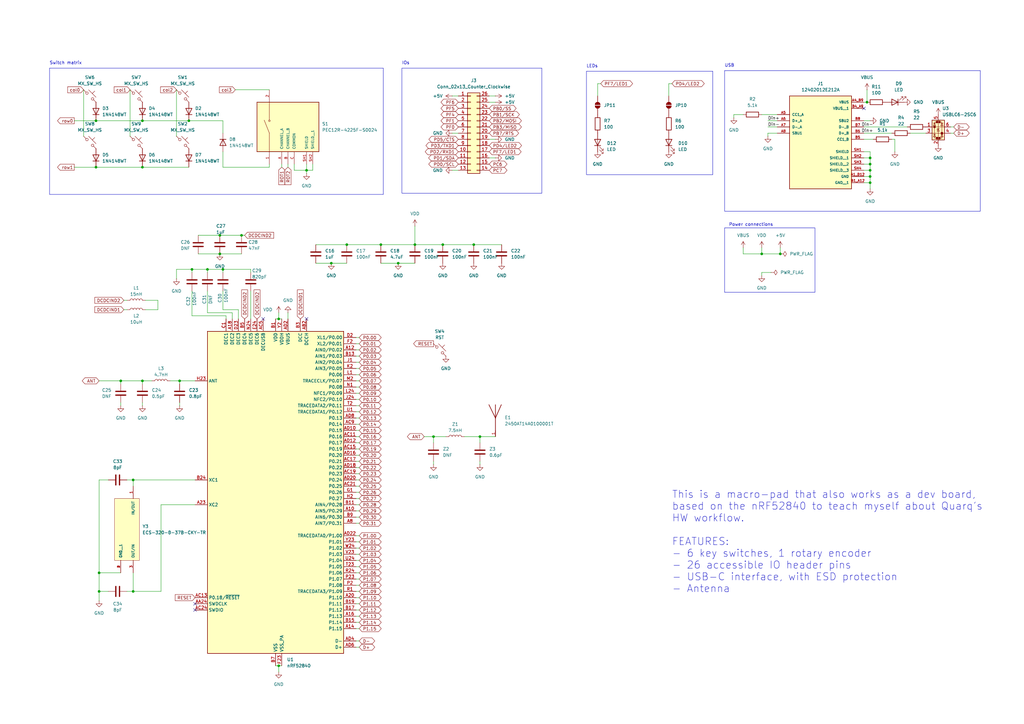
<source format=kicad_sch>
(kicad_sch (version 20250114) (generator "eeschema") (generator_version "9.0")
  (paper "A3")
  (rectangle (start 164.846 27.94) (end 222.25 79.248))
  (rectangle (start 297.18 93.472) (end 334.264 119.888))
  (rectangle (start 240.538 29.21) (end 292.354 71.628))
  (rectangle (start 20.32 27.94) (end 157.226 79.756))
  (rectangle (start 297.18 28.956) (end 402.082 86.614))
  (text "LEDs\n" (at 240.538 27.94 0) (effects (font (size 1.27 1.27)) (justify left bottom)))
  (text "Power connections\n" (at 298.958 92.964 0) (effects (font (size 1.27 1.27)) (justify left bottom)))
  (text "This is a macro-pad that also works as a dev board, \nbased on the nRF52840 to teach myself about Quarq's \nHW workflow. \n\nFEATURES:\n- 6 key switches, 1 rotary encoder\n- 26 accessible IO header pins\n- USB-C interface, with ESD protection\n- Antenna" (at 275.59 222.25 0) (effects (font (size 3 3)) (justify left)))
  (text "USB\n" (at 297.18 27.686 0) (effects (font (size 1.27 1.27)) (justify left bottom)))
  (text "Switch matrix" (at 20.32 26.67 0) (effects (font (size 1.27 1.27)) (justify left bottom)))
  (text "IOs\n" (at 164.846 26.67 0) (effects (font (size 1.27 1.27)) (justify left bottom)))
  (junction (at 90.17 104.14))
  (junction (at 356.87 74.93))
  (junction (at 194.31 100.33))
  (junction (at 114.3 273.05))
  (junction (at 58.42 49.53))
  (junction (at 125.73 69.85))
  (junction (at 77.47 49.53))
  (junction (at 181.61 100.33))
  (junction (at 163.322 107.95))
  (junction (at 58.42 68.58))
  (junction (at 356.87 69.85))
  (junction (at 99.06 96.52))
  (junction (at 177.8 179.07))
  (junction (at 355.6 41.91))
  (junction (at 356.87 64.77))
  (junction (at 91.44 110.49))
  (junction (at 90.17 96.52))
  (junction (at 312.42 104.14))
  (junction (at 49.53 156.21))
  (junction (at 85.09 110.49))
  (junction (at 320.04 104.14))
  (junction (at 54.61 196.85))
  (junction (at 142.24 100.33))
  (junction (at 356.87 72.39))
  (junction (at 156.21 100.33))
  (junction (at 356.87 67.31))
  (junction (at 78.74 110.49))
  (junction (at 170.18 100.33))
  (junction (at 40.64 242.57))
  (junction (at 196.85 179.07))
  (junction (at 39.37 49.53))
  (junction (at 73.66 156.21))
  (junction (at 54.61 242.57))
  (junction (at 40.64 234.95))
  (junction (at 114.3 130.81))
  (junction (at 39.37 68.58))
  (junction (at 135.89 107.95))
  (junction (at 58.42 156.21))
  (no_connect (at 107.95 130.81))
  (no_connect (at 354.33 44.45))
  (no_connect (at 125.73 130.81))
  (no_connect (at 80.01 250.19))
  (no_connect (at 80.01 247.65))
  (wire (pts (xy 120.65 69.85) (xy 125.73 69.85)))
  (wire (pts (xy 194.31 100.33) (xy 205.74 100.33)))
  (wire (pts (xy 156.21 107.95) (xy 163.322 107.95)))
  (wire (pts (xy 54.61 242.57) (xy 52.07 242.57)))
  (wire (pts (xy 354.33 52.07) (xy 372.11 52.07)))
  (wire (pts (xy 177.8 179.07) (xy 177.8 181.61)))
  (wire (pts (xy 129.54 107.95) (xy 135.89 107.95)))
  (wire (pts (xy 367.03 62.23) (xy 367.03 57.15)))
  (wire (pts (xy 114.3 128.27) (xy 114.3 130.81)))
  (wire (pts (xy 147.32 257.81) (xy 146.05 257.81)))
  (wire (pts (xy 147.32 237.49) (xy 146.05 237.49)))
  (wire (pts (xy 354.33 54.61) (xy 365.76 54.61)))
  (wire (pts (xy 34.29 36.83) (xy 34.29 55.88)))
  (wire (pts (xy 156.21 100.33) (xy 170.18 100.33)))
  (wire (pts (xy 147.32 262.89) (xy 146.05 262.89)))
  (wire (pts (xy 129.54 100.33) (xy 142.24 100.33)))
  (wire (pts (xy 85.09 110.49) (xy 85.09 111.76)))
  (wire (pts (xy 54.61 196.85) (xy 80.01 196.85)))
  (wire (pts (xy 373.38 54.61) (xy 379.73 54.61)))
  (wire (pts (xy 358.14 57.15) (xy 354.33 57.15)))
  (wire (pts (xy 147.32 232.41) (xy 146.05 232.41)))
  (wire (pts (xy 177.8 189.23) (xy 177.8 190.5)))
  (wire (pts (xy 354.33 69.85) (xy 356.87 69.85)))
  (wire (pts (xy 91.44 110.49) (xy 102.87 110.49)))
  (wire (pts (xy 147.32 140.97) (xy 146.05 140.97)))
  (wire (pts (xy 147.32 207.01) (xy 146.05 207.01)))
  (wire (pts (xy 196.85 179.07) (xy 203.2 179.07)))
  (wire (pts (xy 181.61 100.33) (xy 194.31 100.33)))
  (wire (pts (xy 78.74 129.54) (xy 92.71 129.54)))
  (wire (pts (xy 30.48 49.53) (xy 39.37 49.53)))
  (wire (pts (xy 147.32 168.91) (xy 146.05 168.91)))
  (wire (pts (xy 170.18 100.33) (xy 181.61 100.33)))
  (wire (pts (xy 114.3 130.81) (xy 115.57 130.81)))
  (wire (pts (xy 147.32 148.59) (xy 146.05 148.59)))
  (wire (pts (xy 147.32 153.67) (xy 146.05 153.67)))
  (wire (pts (xy 354.33 62.23) (xy 356.87 62.23)))
  (wire (pts (xy 147.32 163.83) (xy 146.05 163.83)))
  (wire (pts (xy 128.27 67.31) (xy 128.27 69.85)))
  (wire (pts (xy 367.03 57.15) (xy 365.76 57.15)))
  (wire (pts (xy 85.09 110.49) (xy 91.44 110.49)))
  (wire (pts (xy 142.24 100.33) (xy 156.21 100.33)))
  (wire (pts (xy 118.11 67.31) (xy 118.11 68.58)))
  (wire (pts (xy 78.74 129.54) (xy 78.74 119.38)))
  (wire (pts (xy 72.39 110.49) (xy 78.74 110.49)))
  (wire (pts (xy 147.32 201.93) (xy 146.05 201.93)))
  (wire (pts (xy 320.04 104.14) (xy 312.42 104.14)))
  (wire (pts (xy 147.32 176.53) (xy 146.05 176.53)))
  (wire (pts (xy 312.42 111.76) (xy 316.23 111.76)))
  (wire (pts (xy 54.61 234.95) (xy 54.61 242.57)))
  (wire (pts (xy 147.32 173.99) (xy 146.05 173.99)))
  (wire (pts (xy 147.32 143.51) (xy 146.05 143.51)))
  (wire (pts (xy 147.32 194.31) (xy 146.05 194.31)))
  (wire (pts (xy 59.69 123.19) (xy 64.77 123.19)))
  (wire (pts (xy 147.32 161.29) (xy 146.05 161.29)))
  (wire (pts (xy 114.3 273.05) (xy 114.3 275.59)))
  (wire (pts (xy 314.96 55.88) (xy 314.96 54.61)))
  (wire (pts (xy 64.77 123.19) (xy 64.77 127)))
  (wire (pts (xy 147.32 255.27) (xy 146.05 255.27)))
  (wire (pts (xy 312.42 46.99) (xy 318.77 46.99)))
  (wire (pts (xy 44.45 242.57) (xy 40.64 242.57)))
  (wire (pts (xy 69.85 156.21) (xy 73.66 156.21)))
  (wire (pts (xy 391.16 52.07) (xy 389.89 52.07)))
  (wire (pts (xy 30.48 68.58) (xy 39.37 68.58)))
  (wire (pts (xy 147.32 184.15) (xy 146.05 184.15)))
  (wire (pts (xy 147.32 171.45) (xy 146.05 171.45)))
  (wire (pts (xy 40.64 156.21) (xy 49.53 156.21)))
  (wire (pts (xy 40.64 196.85) (xy 44.45 196.85)))
  (wire (pts (xy 170.18 92.71) (xy 170.18 100.33)))
  (wire (pts (xy 73.66 156.21) (xy 73.66 157.48)))
  (wire (pts (xy 147.32 212.09) (xy 146.05 212.09)))
  (wire (pts (xy 118.11 128.27) (xy 118.11 130.81)))
  (wire (pts (xy 147.32 204.47) (xy 146.05 204.47)))
  (wire (pts (xy 274.32 34.29) (xy 275.59 34.29)))
  (wire (pts (xy 78.74 110.49) (xy 85.09 110.49)))
  (wire (pts (xy 85.09 128.27) (xy 95.25 128.27)))
  (wire (pts (xy 90.17 104.14) (xy 99.06 104.14)))
  (wire (pts (xy 356.87 69.85) (xy 356.87 72.39)))
  (wire (pts (xy 125.73 67.31) (xy 125.73 69.85)))
  (wire (pts (xy 320.04 101.6) (xy 320.04 104.14)))
  (wire (pts (xy 147.32 224.79) (xy 146.05 224.79)))
  (wire (pts (xy 73.66 165.1) (xy 73.66 166.37)))
  (wire (pts (xy 147.32 156.21) (xy 146.05 156.21)))
  (wire (pts (xy 90.17 96.52) (xy 99.06 96.52)))
  (wire (pts (xy 200.66 64.77) (xy 203.2 64.77)))
  (wire (pts (xy 356.87 64.77) (xy 356.87 67.31)))
  (wire (pts (xy 190.5 179.07) (xy 196.85 179.07)))
  (wire (pts (xy 125.73 71.12) (xy 125.73 69.85)))
  (wire (pts (xy 59.69 127) (xy 64.77 127)))
  (wire (pts (xy 354.33 72.39) (xy 356.87 72.39)))
  (wire (pts (xy 391.16 54.61) (xy 389.89 54.61)))
  (wire (pts (xy 91.44 111.76) (xy 91.44 110.49)))
  (wire (pts (xy 96.52 36.83) (xy 110.49 36.83)))
  (wire (pts (xy 95.25 128.27) (xy 95.25 130.81)))
  (wire (pts (xy 58.42 68.58) (xy 77.47 68.58)))
  (wire (pts (xy 173.99 179.07) (xy 177.8 179.07)))
  (wire (pts (xy 300.99 48.26) (xy 300.99 46.99)))
  (wire (pts (xy 147.32 196.85) (xy 146.05 196.85)))
  (wire (pts (xy 73.66 156.21) (xy 80.01 156.21)))
  (wire (pts (xy 102.87 119.38) (xy 102.87 130.81)))
  (wire (pts (xy 185.42 54.61) (xy 187.96 54.61)))
  (wire (pts (xy 177.8 179.07) (xy 182.88 179.07)))
  (wire (pts (xy 356.87 72.39) (xy 356.87 74.93)))
  (wire (pts (xy 39.37 49.53) (xy 58.42 49.53)))
  (wire (pts (xy 78.74 110.49) (xy 78.74 111.76)))
  (wire (pts (xy 66.04 207.01) (xy 80.01 207.01)))
  (wire (pts (xy 147.32 234.95) (xy 146.05 234.95)))
  (wire (pts (xy 81.28 104.14) (xy 90.17 104.14)))
  (wire (pts (xy 54.61 242.57) (xy 66.04 242.57)))
  (wire (pts (xy 81.28 96.52) (xy 90.17 96.52)))
  (wire (pts (xy 356.87 67.31) (xy 356.87 69.85)))
  (wire (pts (xy 196.85 179.07) (xy 196.85 181.61)))
  (wire (pts (xy 128.27 69.85) (xy 125.73 69.85)))
  (wire (pts (xy 203.2 39.37) (xy 200.66 39.37)))
  (wire (pts (xy 147.32 222.25) (xy 146.05 222.25)))
  (wire (pts (xy 50.8 127) (xy 52.07 127)))
  (wire (pts (xy 354.33 49.53) (xy 356.87 49.53)))
  (wire (pts (xy 147.32 191.77) (xy 146.05 191.77)))
  (wire (pts (xy 304.8 104.14) (xy 304.8 101.6)))
  (wire (pts (xy 200.66 57.15) (xy 203.2 57.15)))
  (wire (pts (xy 312.42 104.14) (xy 312.42 101.6)))
  (wire (pts (xy 40.64 196.85) (xy 40.64 234.95)))
  (wire (pts (xy 115.57 68.58) (xy 115.57 67.31)))
  (wire (pts (xy 354.33 74.93) (xy 356.87 74.93)))
  (wire (pts (xy 58.42 165.1) (xy 58.42 166.37)))
  (wire (pts (xy 274.32 34.29) (xy 274.32 39.37)))
  (wire (pts (xy 147.32 245.11) (xy 146.05 245.11)))
  (wire (pts (xy 245.11 34.29) (xy 246.38 34.29)))
  (wire (pts (xy 120.65 67.31) (xy 120.65 69.85)))
  (wire (pts (xy 72.39 114.3) (xy 72.39 110.49)))
  (wire (pts (xy 58.42 156.21) (xy 58.42 157.48)))
  (wire (pts (xy 40.64 242.57) (xy 40.64 246.38)))
  (wire (pts (xy 147.32 240.03) (xy 146.05 240.03)))
  (wire (pts (xy 196.85 189.23) (xy 196.85 190.5)))
  (wire (pts (xy 49.53 156.21) (xy 58.42 156.21)))
  (wire (pts (xy 49.53 234.95) (xy 40.64 234.95)))
  (wire (pts (xy 114.3 273.05) (xy 115.57 273.05)))
  (wire (pts (xy 147.32 242.57) (xy 146.05 242.57)))
  (wire (pts (xy 304.8 104.14) (xy 312.42 104.14)))
  (wire (pts (xy 147.32 214.63) (xy 146.05 214.63)))
  (wire (pts (xy 58.42 156.21) (xy 62.23 156.21)))
  (wire (pts (xy 97.79 127) (xy 97.79 130.81)))
  (wire (pts (xy 147.32 247.65) (xy 146.05 247.65)))
  (wire (pts (xy 147.32 250.19) (xy 146.05 250.19)))
  (wire (pts (xy 147.32 151.13) (xy 146.05 151.13)))
  (wire (pts (xy 185.42 39.37) (xy 187.96 39.37)))
  (wire (pts (xy 72.39 36.83) (xy 72.39 55.88)))
  (wire (pts (xy 203.2 41.91) (xy 200.66 41.91)))
  (wire (pts (xy 300.99 46.99) (xy 304.8 46.99)))
  (wire (pts (xy 147.32 158.75) (xy 146.05 158.75)))
  (wire (pts (xy 53.34 36.83) (xy 53.34 55.88)))
  (wire (pts (xy 147.32 166.37) (xy 146.05 166.37)))
  (wire (pts (xy 113.03 130.81) (xy 114.3 130.81)))
  (wire (pts (xy 92.71 129.54) (xy 92.71 130.81)))
  (wire (pts (xy 147.32 229.87) (xy 146.05 229.87)))
  (wire (pts (xy 52.07 196.85) (xy 54.61 196.85)))
  (wire (pts (xy 355.6 36.83) (xy 355.6 41.91)))
  (wire (pts (xy 147.32 219.71) (xy 146.05 219.71)))
  (wire (pts (xy 49.53 157.48) (xy 49.53 156.21)))
  (wire (pts (xy 163.322 107.95) (xy 170.18 107.95)))
  (wire (pts (xy 91.44 62.23) (xy 91.44 68.58)))
  (wire (pts (xy 40.64 234.95) (xy 40.64 242.57)))
  (wire (pts (xy 147.32 138.43) (xy 146.05 138.43)))
  (wire (pts (xy 91.44 49.53) (xy 91.44 54.61)))
  (wire (pts (xy 49.53 165.1) (xy 49.53 166.37)))
  (wire (pts (xy 91.44 49.53) (xy 77.47 49.53)))
  (wire (pts (xy 245.11 34.29) (xy 245.11 39.37)))
  (wire (pts (xy 147.32 181.61) (xy 146.05 181.61)))
  (wire (pts (xy 99.06 96.52) (xy 100.33 96.52)))
  (wire (pts (xy 147.32 209.55) (xy 146.05 209.55)))
  (wire (pts (xy 314.96 49.53) (xy 318.77 49.53)))
  (wire (pts (xy 356.87 74.93) (xy 356.87 77.47)))
  (wire (pts (xy 147.32 252.73) (xy 146.05 252.73)))
  (wire (pts (xy 314.96 52.07) (xy 318.77 52.07)))
  (wire (pts (xy 110.49 68.58) (xy 110.49 67.31)))
  (wire (pts (xy 185.42 69.85) (xy 187.96 69.85)))
  (wire (pts (xy 312.42 113.03) (xy 312.42 111.76)))
  (wire (pts (xy 91.44 119.38) (xy 91.44 127)))
  (wire (pts (xy 147.32 179.07) (xy 146.05 179.07)))
  (wire (pts (xy 147.32 227.33) (xy 146.05 227.33)))
  (wire (pts (xy 147.32 189.23) (xy 146.05 189.23)))
  (wire (pts (xy 113.03 273.05) (xy 114.3 273.05)))
  (wire (pts (xy 54.61 196.85) (xy 54.61 199.39)))
  (wire (pts (xy 91.44 68.58) (xy 110.49 68.58)))
  (wire (pts (xy 355.6 41.91) (xy 354.33 41.91)))
  (wire (pts (xy 39.37 68.58) (xy 58.42 68.58)))
  (wire (pts (xy 147.32 186.69) (xy 146.05 186.69)))
  (wire (pts (xy 91.44 127) (xy 97.79 127)))
  (wire (pts (xy 147.32 265.43) (xy 146.05 265.43)))
  (wire (pts (xy 354.33 64.77) (xy 356.87 64.77)))
  (wire (pts (xy 354.33 67.31) (xy 356.87 67.31)))
  (wire (pts (xy 66.04 242.57) (xy 66.04 207.01)))
  (wire (pts (xy 356.87 62.23) (xy 356.87 64.77)))
  (wire (pts (xy 314.96 54.61) (xy 318.77 54.61)))
  (wire (pts (xy 52.07 123.19) (xy 50.8 123.19)))
  (wire (pts (xy 58.42 49.53) (xy 77.47 49.53)))
  (wire (pts (xy 147.32 199.39) (xy 146.05 199.39)))
  (wire (pts (xy 135.89 107.95) (xy 142.24 107.95)))
  (wire (pts (xy 102.87 110.49) (xy 102.87 111.76)))
  (wire (pts (xy 85.09 119.38) (xy 85.09 128.27)))
  (wire (pts (xy 147.32 146.05) (xy 146.05 146.05)))
  (label "Din-" (at 314.96 52.07 0))
  (label "Din+" (at 358.14 54.61 180))
  (label "Din+" (at 314.96 49.53 0))
  (label "Din-" (at 358.14 52.07 180))
  (global_label "P1.14" (shape bidirectional) (at 147.32 255.27 0) (property "Intersheetrefs" "${INTERSHEET_REFS}" (effects (hide yes))))
  (global_label "P0.24" (shape bidirectional) (at 147.32 196.85 0) (property "Intersheetrefs" "${INTERSHEET_REFS}" (effects (hide yes))))
  (global_label "P1.08" (shape bidirectional) (at 147.32 240.03 0) (property "Intersheetrefs" "${INTERSHEET_REFS}" (effects (hide yes))))
  (global_label "PF7{slash}LED1" (shape bidirectional) (at 246.38 34.29 0) (property "Intersheetrefs" "${INTERSHEET_REFS}" (effects (hide yes))))
  (global_label "P0.14" (shape bidirectional) (at 147.32 173.99 0) (property "Intersheetrefs" "${INTERSHEET_REFS}" (effects (hide yes))))
  (global_label "P0.22" (shape bidirectional) (at 147.32 191.77 0) (property "Intersheetrefs" "${INTERSHEET_REFS}" (effects (hide yes))))
  (global_label "D-" (shape bidirectional) (at 391.16 52.07 0) (property "Intersheetrefs" "${INTERSHEET_REFS}" (effects (hide yes))))
  (global_label "col2" (shape input) (at 72.39 36.83 180) (property "Intersheetrefs" "${INTERSHEET_REFS}" (effects (hide yes))))
  (global_label "col1" (shape input) (at 53.34 36.83 180) (property "Intersheetrefs" "${INTERSHEET_REFS}" (effects (hide yes))))
  (global_label "PD4{slash}LED2" (shape bidirectional) (at 275.59 34.29 0) (property "Intersheetrefs" "${INTERSHEET_REFS}" (effects (hide yes))))
  (global_label "PF1" (shape bidirectional) (at 187.96 49.53 180) (property "Intersheetrefs" "${INTERSHEET_REFS}" (effects (hide yes))))
  (global_label "P0.05" (shape bidirectional) (at 147.32 151.13 0) (property "Intersheetrefs" "${INTERSHEET_REFS}" (effects (hide yes))))
  (global_label "P0.12" (shape bidirectional) (at 147.32 168.91 0) (property "Intersheetrefs" "${INTERSHEET_REFS}" (effects (hide yes))))
  (global_label "ANT" (shape bidirectional) (at 40.64 156.21 180) (property "Intersheetrefs" "${INTERSHEET_REFS}" (effects (hide yes))))
  (global_label "DCDCIND2" (shape input) (at 105.41 130.81 90) (property "Intersheetrefs" "${INTERSHEET_REFS}" (effects (hide yes))))
  (global_label "P0.20" (shape bidirectional) (at 147.32 186.69 0) (property "Intersheetrefs" "${INTERSHEET_REFS}" (effects (hide yes))))
  (global_label "P0.29" (shape bidirectional) (at 147.32 209.55 0) (property "Intersheetrefs" "${INTERSHEET_REFS}" (effects (hide yes))))
  (global_label "P0.06" (shape bidirectional) (at 147.32 153.67 0) (property "Intersheetrefs" "${INTERSHEET_REFS}" (effects (hide yes))))
  (global_label "P0.16" (shape bidirectional) (at 147.32 179.07 0) (property "Intersheetrefs" "${INTERSHEET_REFS}" (effects (hide yes))))
  (global_label "ANT" (shape bidirectional) (at 173.99 179.07 180) (property "Intersheetrefs" "${INTERSHEET_REFS}" (effects (hide yes))))
  (global_label "P0.11" (shape bidirectional) (at 147.32 166.37 0) (property "Intersheetrefs" "${INTERSHEET_REFS}" (effects (hide yes))))
  (global_label "P0.27" (shape bidirectional) (at 147.32 204.47 0) (property "Intersheetrefs" "${INTERSHEET_REFS}" (effects (hide yes))))
  (global_label "P0.23" (shape bidirectional) (at 147.32 194.31 0) (property "Intersheetrefs" "${INTERSHEET_REFS}" (effects (hide yes))))
  (global_label "P1.12" (shape bidirectional) (at 147.32 250.19 0) (property "Intersheetrefs" "${INTERSHEET_REFS}" (effects (hide yes))))
  (global_label "P1.03" (shape bidirectional) (at 147.32 227.33 0) (property "Intersheetrefs" "${INTERSHEET_REFS}" (effects (hide yes))))
  (global_label "P0.17" (shape bidirectional) (at 147.32 181.61 0) (property "Intersheetrefs" "${INTERSHEET_REFS}" (effects (hide yes))))
  (global_label "P1.02" (shape bidirectional) (at 147.32 224.79 0) (property "Intersheetrefs" "${INTERSHEET_REFS}" (effects (hide yes))))
  (global_label "D+" (shape bidirectional) (at 147.32 265.43 0) (property "Intersheetrefs" "${INTERSHEET_REFS}" (effects (hide yes))))
  (global_label "P0.03" (shape bidirectional) (at 147.32 146.05 0) (property "Intersheetrefs" "${INTERSHEET_REFS}" (effects (hide yes))))
  (global_label "P1.13" (shape bidirectional) (at 147.32 252.73 0) (property "Intersheetrefs" "${INTERSHEET_REFS}" (effects (hide yes))))
  (global_label "P1.00" (shape bidirectional) (at 147.32 219.71 0) (property "Intersheetrefs" "${INTERSHEET_REFS}" (effects (hide yes))))
  (global_label "P0.30" (shape bidirectional) (at 147.32 212.09 0) (property "Intersheetrefs" "${INTERSHEET_REFS}" (effects (hide yes))))
  (global_label "P0.07" (shape bidirectional) (at 147.32 156.21 0) (property "Intersheetrefs" "${INTERSHEET_REFS}" (effects (hide yes))))
  (global_label "PC6" (shape bidirectional) (at 200.66 67.31 0) (property "Intersheetrefs" "${INTERSHEET_REFS}" (effects (hide yes))))
  (global_label "RESET" (shape output) (at 177.8 140.97 180) (property "Intersheetrefs" "${INTERSHEET_REFS}" (effects (hide yes))))
  (global_label "PF6" (shape bidirectional) (at 187.96 41.91 180) (property "Intersheetrefs" "${INTERSHEET_REFS}" (effects (hide yes))))
  (global_label "PF7{slash}LED1" (shape bidirectional) (at 200.66 62.23 0) (property "Intersheetrefs" "${INTERSHEET_REFS}" (effects (hide yes))))
  (global_label "P0.15" (shape bidirectional) (at 147.32 176.53 0) (property "Intersheetrefs" "${INTERSHEET_REFS}" (effects (hide yes))))
  (global_label "P1.10" (shape bidirectional) (at 147.32 245.11 0) (property "Intersheetrefs" "${INTERSHEET_REFS}" (effects (hide yes))))
  (global_label "row0" (shape output) (at 30.48 49.53 180) (property "Intersheetrefs" "${INTERSHEET_REFS}" (effects (hide yes))))
  (global_label "P0.01" (shape bidirectional) (at 147.32 140.97 0) (property "Intersheetrefs" "${INTERSHEET_REFS}" (effects (hide yes))))
  (global_label "P0.08" (shape bidirectional) (at 147.32 158.75 0) (property "Intersheetrefs" "${INTERSHEET_REFS}" (effects (hide yes))))
  (global_label "col0" (shape input) (at 34.29 36.83 180) (property "Intersheetrefs" "${INTERSHEET_REFS}" (effects (hide yes))))
  (global_label "P0.19" (shape bidirectional) (at 147.32 184.15 0) (property "Intersheetrefs" "${INTERSHEET_REFS}" (effects (hide yes))))
  (global_label "P0.31" (shape bidirectional) (at 147.32 214.63 0) (property "Intersheetrefs" "${INTERSHEET_REFS}" (effects (hide yes))))
  (global_label "P0.25" (shape bidirectional) (at 147.32 199.39 0) (property "Intersheetrefs" "${INTERSHEET_REFS}" (effects (hide yes))))
  (global_label "P1.04" (shape bidirectional) (at 147.32 229.87 0) (property "Intersheetrefs" "${INTERSHEET_REFS}" (effects (hide yes))))
  (global_label "PF5" (shape bidirectional) (at 187.96 44.45 180) (property "Intersheetrefs" "${INTERSHEET_REFS}" (effects (hide yes))))
  (global_label "PC7" (shape bidirectional) (at 200.66 69.85 0) (property "Intersheetrefs" "${INTERSHEET_REFS}" (effects (hide yes))))
  (global_label "P0.04" (shape bidirectional) (at 147.32 148.59 0) (property "Intersheetrefs" "${INTERSHEET_REFS}" (effects (hide yes))))
  (global_label "PB1{slash}SCK" (shape bidirectional) (at 200.66 46.99 0) (property "Intersheetrefs" "${INTERSHEET_REFS}" (effects (hide yes))))
  (global_label "P0.21" (shape bidirectional) (at 147.32 189.23 0) (property "Intersheetrefs" "${INTERSHEET_REFS}" (effects (hide yes))))
  (global_label "P0.10" (shape bidirectional) (at 147.32 163.83 0) (property "Intersheetrefs" "${INTERSHEET_REFS}" (effects (hide yes))))
  (global_label "col3" (shape input) (at 96.52 36.83 180) (property "Intersheetrefs" "${INTERSHEET_REFS}" (effects (hide yes))))
  (global_label "P1.05" (shape bidirectional) (at 147.32 232.41 0) (property "Intersheetrefs" "${INTERSHEET_REFS}" (effects (hide yes))))
  (global_label "DCDCIND2" (shape input) (at 100.33 130.81 90) (property "Intersheetrefs" "${INTERSHEET_REFS}" (effects (hide yes))))
  (global_label "P0.00" (shape bidirectional) (at 147.32 138.43 0) (property "Intersheetrefs" "${INTERSHEET_REFS}" (effects (hide yes))))
  (global_label "P0.26" (shape bidirectional) (at 147.32 201.93 0) (property "Intersheetrefs" "${INTERSHEET_REFS}" (effects (hide yes))))
  (global_label "D-" (shape bidirectional) (at 147.32 262.89 0) (property "Intersheetrefs" "${INTERSHEET_REFS}" (effects (hide yes))))
  (global_label "PB3{slash}MISO" (shape bidirectional) (at 200.66 52.07 0) (property "Intersheetrefs" "${INTERSHEET_REFS}" (effects (hide yes))))
  (global_label "PB0{slash}SS" (shape bidirectional) (at 200.66 44.45 0) (property "Intersheetrefs" "${INTERSHEET_REFS}" (effects (hide yes))))
  (global_label "RESET" (shape input) (at 80.01 245.11 180) (property "Intersheetrefs" "${INTERSHEET_REFS}" (effects (hide yes))))
  (global_label "DCDCIND1" (shape input) (at 123.19 130.81 90) (property "Intersheetrefs" "${INTERSHEET_REFS}" (effects (hide yes))))
  (global_label "DCDCIND2" (shape input) (at 100.33 96.52 0) (property "Intersheetrefs" "${INTERSHEET_REFS}" (effects (hide yes))))
  (global_label "PF4" (shape bidirectional) (at 187.96 46.99 180) (property "Intersheetrefs" "${INTERSHEET_REFS}" (effects (hide yes))))
  (global_label "P1.09" (shape bidirectional) (at 147.32 242.57 0) (property "Intersheetrefs" "${INTERSHEET_REFS}" (effects (hide yes))))
  (global_label "P1.01" (shape bidirectional) (at 147.32 222.25 0) (property "Intersheetrefs" "${INTERSHEET_REFS}" (effects (hide yes))))
  (global_label "PD0{slash}SCL" (shape bidirectional) (at 187.96 67.31 180) (property "Intersheetrefs" "${INTERSHEET_REFS}" (effects (hide yes))))
  (global_label "PD3{slash}TXD1" (shape bidirectional) (at 187.96 59.69 180) (property "Intersheetrefs" "${INTERSHEET_REFS}" (effects (hide yes))))
  (global_label "P0.02" (shape bidirectional) (at 147.32 143.51 0) (property "Intersheetrefs" "${INTERSHEET_REFS}" (effects (hide yes))))
  (global_label "DCDCIND1" (shape input) (at 50.8 127 180) (property "Intersheetrefs" "${INTERSHEET_REFS}" (effects (hide yes))))
  (global_label "P1.15" (shape bidirectional) (at 147.32 257.81 0) (property "Intersheetrefs" "${INTERSHEET_REFS}" (effects (hide yes))))
  (global_label "PD1{slash}SDA" (shape bidirectional) (at 187.96 64.77 180) (property "Intersheetrefs" "${INTERSHEET_REFS}" (effects (hide yes))))
  (global_label "P0.28" (shape bidirectional) (at 147.32 207.01 0) (property "Intersheetrefs" "${INTERSHEET_REFS}" (effects (hide yes))))
  (global_label "ROT2" (shape input) (at 118.11 68.58 270) (property "Intersheetrefs" "${INTERSHEET_REFS}" (effects (hide yes))))
  (global_label "D+" (shape bidirectional) (at 391.16 54.61 0) (property "Intersheetrefs" "${INTERSHEET_REFS}" (effects (hide yes))))
  (global_label "PD5{slash}CTS" (shape bidirectional) (at 187.96 57.15 180) (property "Intersheetrefs" "${INTERSHEET_REFS}" (effects (hide yes))))
  (global_label "P0.13" (shape bidirectional) (at 147.32 171.45 0) (property "Intersheetrefs" "${INTERSHEET_REFS}" (effects (hide yes))))
  (global_label "DCDCIND2" (shape input) (at 50.8 123.19 180) (property "Intersheetrefs" "${INTERSHEET_REFS}" (effects (hide yes))))
  (global_label "row1" (shape output) (at 30.48 68.58 180) (property "Intersheetrefs" "${INTERSHEET_REFS}" (effects (hide yes))))
  (global_label "PD2{slash}RXD1" (shape bidirectional) (at 187.96 62.23 180) (property "Intersheetrefs" "${INTERSHEET_REFS}" (effects (hide yes))))
  (global_label "P1.07" (shape bidirectional) (at 147.32 237.49 0) (property "Intersheetrefs" "${INTERSHEET_REFS}" (effects (hide yes))))
  (global_label "PB7{slash}RTS" (shape bidirectional) (at 200.66 54.61 0) (property "Intersheetrefs" "${INTERSHEET_REFS}" (effects (hide yes))))
  (global_label "P0.09" (shape bidirectional) (at 147.32 161.29 0) (property "Intersheetrefs" "${INTERSHEET_REFS}" (effects (hide yes))))
  (global_label "PD4{slash}LED2" (shape bidirectional) (at 200.66 59.69 0) (property "Intersheetrefs" "${INTERSHEET_REFS}" (effects (hide yes))))
  (global_label "P1.11" (shape bidirectional) (at 147.32 247.65 0) (property "Intersheetrefs" "${INTERSHEET_REFS}" (effects (hide yes))))
  (global_label "P1.06" (shape bidirectional) (at 147.32 234.95 0) (property "Intersheetrefs" "${INTERSHEET_REFS}" (effects (hide yes))))
  (global_label "PB2{slash}MOSI" (shape bidirectional) (at 200.66 49.53 0) (property "Intersheetrefs" "${INTERSHEET_REFS}" (effects (hide yes))))
  (global_label "PF0" (shape bidirectional) (at 187.96 52.07 180) (property "Intersheetrefs" "${INTERSHEET_REFS}" (effects (hide yes))))
  (global_label "ROT1" (shape input) (at 115.57 68.58 270) (property "Intersheetrefs" "${INTERSHEET_REFS}" (effects (hide yes))))
  (symbol (lib_id "Jumper:SolderJumper_2_Open") (at 274.32 43.18 90) (unit 1) (in_bom no)
    (property "Reference" "JP10" (at 276.86 43.1799 90) (effects (justify right)))
    (property "Value" "SolderJumper_2_Open" (effects (hide yes)))
    (property "Footprint" "Jumper:SolderJumper-2_P1.3mm_Open_RoundedPad1.0x1.5mm" (effects (hide yes)))
    (property "Description" "Solder Jumper, 2-pole, open" (effects (hide yes)))
  )
  (symbol (lib_id "PEC12R-4225F-S0024:PEC12R-4225F-S0024") (at 115.57 52.07 90) (unit 1)
    (property "Reference" "S1" (at 132.08 50.7999 90) (effects (justify right)))
    (property "Value" "PEC12R-4225F-S0024" (at 132.08 53.3399 90) (effects (justify right)))
    (property "Footprint" "PEC12R_4225F_S0024:XDCR_PEC12R-4225F-S0024" (effects (hide yes)))
    (property "PARTREV" "07/21" (effects (hide yes)))
    (property "MANUFACTURER" "Bourns" (effects (hide yes)))
    (property "MAXIMUM_PACKAGE_HEIGHT" "20.5mm" (effects (hide yes)))
    (property "STANDARD" "Manufacturer recommendations" (effects (hide yes)))
  )
  (symbol (lib_id "power:+5V") (at 355.6 36.83 0) (unit 1)
    (property "Reference" "#PWR025" (effects (hide yes)))
    (property "Value" "VBUS" (at 355.6 31.75 0))
    (property "Description" "Power symbol creates a global label with name \"+5V\"" (effects (hide yes)))
  )
  (symbol (lib_id "Device:C") (at 85.09 115.57 0) (unit 1)
    (property "Reference" "C31" (at 83.82 124.714 90) (effects (justify left)))
    (property "Value" "DNF" (at 86.36 124.714 90) (effects (justify left)))
    (property "Footprint" "Capacitor_SMD:C_0201_0603Metric_Pad0.64x0.40mm_HandSolder" (effects (hide yes)))
    (property "Description" "Unpolarized capacitor" (effects (hide yes)))
  )
  (symbol (lib_id "Device:R") (at 359.41 41.91 90) (unit 1)
    (property "Reference" "R11" (at 359.41 35.56 90))
    (property "Value" "100" (at 359.41 38.1 90))
    (property "Footprint" "Resistor_SMD:R_0805_2012Metric_Pad1.20x1.40mm_HandSolder" (effects (hide yes)))
    (property "Description" "Resistor" (effects (hide yes)))
  )
  (symbol (lib_id "Device:R") (at 245.11 50.8 180) (unit 1)
    (property "Reference" "R7" (at 247.65 49.5299 0) (effects (justify right)))
    (property "Value" "100" (at 247.65 52.0699 0) (effects (justify right)))
    (property "Footprint" "Resistor_SMD:R_0805_2012Metric_Pad1.20x1.40mm_HandSolder" (effects (hide yes)))
    (property "Description" "Resistor" (effects (hide yes)))
  )
  (symbol (lib_id "Device:LED") (at 274.32 58.42 90) (unit 1)
    (property "Reference" "D10" (at 278.13 58.7374 90) (effects (justify right)))
    (property "Value" "LED" (at 278.13 61.2774 90) (effects (justify right)))
    (property "Footprint" "LED_SMD:LED_0603_1608Metric_Pad1.05x0.95mm_HandSolder" (effects (hide yes)))
    (property "Description" "Light emitting diode" (effects (hide yes)))
    (property "Sim.Pins" "1=K 2=A" (effects (hide yes)))
  )
  (symbol (lib_id "Device:LED") (at 245.11 58.42 90) (unit 1)
    (property "Reference" "D12" (at 248.92 58.7374 90) (effects (justify right)))
    (property "Value" "LED" (at 248.92 61.2774 90) (effects (justify right)))
    (property "Footprint" "LED_SMD:LED_0603_1608Metric_Pad1.05x0.95mm_HandSolder" (effects (hide yes)))
    (property "Description" "Light emitting diode" (effects (hide yes)))
    (property "Sim.Pins" "1=K 2=A" (effects (hide yes)))
  )
  (symbol (lib_id "power:GND") (at 370.84 41.91 90) (unit 1)
    (property "Reference" "#PWR024" (effects (hide yes)))
    (property "Value" "GND" (at 374.65 41.9099 90) (effects (justify right)))
    (property "Description" "Power symbol creates a global label with name \"GND\" , ground" (effects (hide yes)))
  )
  (symbol (lib_id "power:+5V") (at 384.81 46.99 0) (unit 1)
    (property "Reference" "#PWR027" (effects (hide yes)))
    (property "Value" "VBUS" (at 384.81 41.91 0))
    (property "Description" "Power symbol creates a global label with name \"+5V\"" (effects (hide yes)))
  )
  (symbol (lib_id "power:GND") (at 356.87 77.47 0) (unit 1)
    (property "Reference" "#PWR04" (effects (hide yes)))
    (property "Value" "GND" (at 356.87 82.55 0))
    (property "Description" "Power symbol creates a global label with name \"GND\" , ground" (effects (hide yes)))
  )
  (symbol (lib_id "power:GND") (at 73.66 166.37 0) (unit 1)
    (property "Reference" "#PWR037" (effects (hide yes)))
    (property "Value" "GND" (at 73.66 171.45 0))
    (property "Description" "Power symbol creates a global label with name \"GND\" , ground" (effects (hide yes)))
  )
  (symbol (lib_id "Device:LED") (at 367.03 41.91 180) (unit 1)
    (property "Reference" "D9" (at 368.6175 34.29 0))
    (property "Value" "LED" (at 368.6175 36.83 0))
    (property "Footprint" "LED_SMD:LED_0603_1608Metric_Pad1.05x0.95mm_HandSolder" (effects (hide yes)))
    (property "Description" "Light emitting diode" (effects (hide yes)))
    (property "Sim.Pins" "1=K 2=A" (effects (hide yes)))
  )
  (symbol (lib_id "Device:L") (at 55.88 123.19 90) (unit 1)
    (property "Reference" "L1" (at 55.88 118.11 90))
    (property "Value" "15nH" (at 55.88 120.65 90))
    (property "Footprint" "Inductor_SMD:L_0603_1608Metric_Pad1.05x0.95mm_HandSolder" (effects (hide yes)))
    (property "Description" "Inductor" (effects (hide yes)))
  )
  (symbol (lib_id "Device:C") (at 49.53 161.29 0) (unit 1)
    (property "Reference" "C25" (at 45.72 160.0199 0) (effects (justify right)))
    (property "Value" "DNF" (at 45.72 162.5599 0) (effects (justify right)))
    (property "Footprint" "Capacitor_SMD:C_0201_0603Metric_Pad0.64x0.40mm_HandSolder" (effects (hide yes)))
    (property "Description" "Unpolarized capacitor" (effects (hide yes)))
  )
  (symbol (lib_id "PCM_marbastlib-mx:MX_SW_HS") (at 36.83 39.37 0) (unit 1)
    (property "Reference" "SW6" (at 36.83 31.75 0))
    (property "Value" "MX_SW_HS" (at 36.83 34.29 0))
    (property "Footprint" "keyswitches:Kailh_socket_MX" (effects (hide yes)))
  )
  (symbol (lib_id "Device:L") (at 186.69 179.07 90) (unit 1)
    (property "Reference" "Z1" (at 186.69 173.99 90))
    (property "Value" "7.5nH" (at 186.69 176.53 90))
    (property "Footprint" "Inductor_SMD:L_0402_1005Metric_Pad0.77x0.64mm_HandSolder" (effects (hide yes)))
    (property "Description" "Inductor" (effects (hide yes)))
  )
  (symbol (lib_id "Device:L") (at 66.04 156.21 90) (unit 1)
    (property "Reference" "L3" (at 66.04 151.13 90))
    (property "Value" "4.7nH" (at 66.04 153.67 90))
    (property "Footprint" "Inductor_SMD:L_0201_0603Metric_Pad0.64x0.40mm_HandSolder" (effects (hide yes)))
    (property "Description" "Inductor" (effects (hide yes)))
  )
  (symbol (lib_id "Diode:1N4148WT") (at 39.37 64.77 90) (unit 1)
    (property "Reference" "D5" (at 41.91 63.4999 90) (effects (justify right)))
    (property "Value" "1N4148WT" (at 41.91 66.0399 90) (effects (justify right)))
    (property "Footprint" "Diode_SMD:D_SOD-323F" (effects (hide yes)))
    (property "Datasheet" "https://www.diodes.com/assets/Datasheets/ds30396.pdf" (effects (hide yes)))
  )
  (symbol (lib_id "power:PWR_FLAG") (at 316.23 111.76 270) (unit 1)
    (property "Reference" "#FLG01" (effects (hide yes)))
    (property "Value" "PWR_FLAG" (at 320.04 111.7599 90) (effects (justify left)))
    (property "Description" "Special symbol for telling ERC where power comes from" (effects (hide yes)))
  )
  (symbol (lib_id "MCU_Nordic:nRF52840") (at 113.03 201.93 0) (unit 1)
    (property "Reference" "U1" (at 117.7133 270.51 0) (effects (justify left)))
    (property "Value" "nRF52840" (at 117.7133 273.05 0) (effects (justify left)))
    (property "Footprint" "Package_DFN_QFN:Nordic_AQFN-73-1EP_7x7mm_P0.5mm" (effects (hide yes)))
    (property "Datasheet" "http://infocenter.nordicsemi.com/topic/com.nordic.infocenter.nrf52/dita/nrf52/chips/nrf52840.html" (effects (hide yes)))
    (property "Description" "Multiprotocol BLE/ANT/2.4 GHz/802.15.4 Cortex-M4F SoC, AQFN-73" (effects (hide yes)))
  )
  (symbol (lib_id "power:+5V") (at 304.8 101.6 0) (unit 1)
    (property "Reference" "#PWR029" (effects (hide yes)))
    (property "Value" "VBUS" (at 304.8 96.52 0))
    (property "Description" "Power symbol creates a global label with name \"+5V\"" (effects (hide yes)))
  )
  (symbol (lib_id "power:GND") (at 118.11 128.27 180) (unit 1)
    (property "Reference" "#PWR018" (effects (hide yes)))
    (property "Value" "GND" (at 118.11 123.19 0))
    (property "Description" "Power symbol creates a global label with name \"GND\" , ground" (effects (hide yes)))
  )
  (symbol (lib_id "power:+5V") (at 185.42 39.37 90) (unit 1)
    (property "Reference" "#PWR05" (effects (hide yes)))
    (property "Value" "+5V" (at 181.61 39.3699 90) (effects (justify left)))
    (property "Description" "Power symbol creates a global label with name \"+5V\"" (effects (hide yes)))
  )
  (symbol (lib_id "Device:C") (at 102.87 115.57 0) (unit 1)
    (property "Reference" "C29" (at 103.378 110.998 0) (effects (justify left)))
    (property "Value" "820pF" (at 103.378 113.538 0) (effects (justify left)))
    (property "Footprint" "Capacitor_SMD:C_0201_0603Metric_Pad0.64x0.40mm_HandSolder" (effects (hide yes)))
    (property "Description" "Unpolarized capacitor" (effects (hide yes)))
  )
  (symbol (lib_id "Device:C") (at 78.74 115.57 0) (unit 1)
    (property "Reference" "C32" (at 77.216 125.476 90) (effects (justify left)))
    (property "Value" "100nF" (at 79.756 125.476 90) (effects (justify left)))
    (property "Footprint" "Capacitor_SMD:C_0201_0603Metric_Pad0.64x0.40mm_HandSolder" (effects (hide yes)))
    (property "Description" "Unpolarized capacitor" (effects (hide yes)))
  )
  (symbol (lib_id "power:+5V") (at 203.2 41.91 270) (unit 1)
    (property "Reference" "#PWR011" (effects (hide yes)))
    (property "Value" "+5V" (at 207.01 41.9099 90) (effects (justify left)))
    (property "Description" "Power symbol creates a global label with name \"+5V\"" (effects (hide yes)))
  )
  (symbol (lib_id "Device:R") (at 369.57 54.61 270) (unit 1)
    (property "Reference" "R4" (at 369.57 48.26 90))
    (property "Value" "22" (at 369.57 50.8 90))
    (property "Footprint" "Resistor_SMD:R_0805_2012Metric_Pad1.20x1.40mm_HandSolder" (effects (hide yes)))
    (property "Description" "Resistor" (effects (hide yes)))
  )
  (symbol (lib_id "PCM_marbastlib-mx:MX_SW_HS") (at 74.93 58.42 0) (unit 1)
    (property "Reference" "SW2" (at 74.93 50.8 0))
    (property "Value" "MX_SW_HS" (at 74.93 53.34 0))
    (property "Footprint" "keyswitches:Kailh_socket_MX" (effects (hide yes)))
  )
  (symbol (lib_id "Device:C") (at 73.66 161.29 0) (unit 1)
    (property "Reference" "C23" (at 77.47 160.0199 0) (effects (justify left)))
    (property "Value" "0.8pF" (at 77.47 162.5599 0) (effects (justify left)))
    (property "Footprint" "Capacitor_SMD:C_0201_0603Metric_Pad0.64x0.40mm_HandSolder" (effects (hide yes)))
    (property "Description" "Unpolarized capacitor" (effects (hide yes)))
  )
  (symbol (lib_id "Connector_Generic:Conn_02x13_Counter_Clockwise") (at 193.04 54.61 0) (unit 1)
    (property "Reference" "J3" (at 194.31 33.02 0))
    (property "Value" "Conn_02x13_Counter_Clockwise" (at 194.31 35.56 0))
    (property "Footprint" "Connector_PinHeader_2.54mm:PinHeader_2x13_P2.54mm_Vertical" (effects (hide yes)))
    (property "Description" "Generic connector, double row, 02x13, counter clockwise pin numbering scheme (similar to DIP package numbering), script generated (kicad-library-utils/schlib/autogen/connector/)" (effects (hide yes)))
  )
  (symbol (lib_id "PCM_marbastlib-mx:MX_SW_HS") (at 55.88 58.42 0) (unit 1)
    (property "Reference" "SW9" (at 55.88 50.8 0))
    (property "Value" "MX_SW_HS" (at 55.88 53.34 0))
    (property "Footprint" "keyswitches:Kailh_socket_MX" (effects (hide yes)))
  )
  (symbol (lib_id "Device:C") (at 81.28 100.33 0) (unit 1)
    (property "Reference" "C26" (at 77.978 99.314 0) (effects (justify right)))
    (property "Value" "DNF" (at 77.978 101.854 0) (effects (justify right)))
    (property "Footprint" "Capacitor_SMD:C_0201_0603Metric_Pad0.64x0.40mm_HandSolder" (effects (hide yes)))
    (property "Description" "Unpolarized capacitor" (effects (hide yes)))
  )
  (symbol (lib_id "PCM_marbastlib-mx:MX_SW_HS") (at 36.83 58.42 0) (unit 1)
    (property "Reference" "SW8" (at 36.83 50.8 0))
    (property "Value" "MX_SW_HS" (at 36.83 53.34 0))
    (property "Footprint" "keyswitches:Kailh_socket_MX" (effects (hide yes)))
  )
  (symbol (lib_id "power:VCC") (at 312.42 101.6 0) (unit 1)
    (property "Reference" "#PWR030" (effects (hide yes)))
    (property "Value" "VDD" (at 312.42 96.52 0))
    (property "Description" "Power symbol creates a global label with name \"VCC\"" (effects (hide yes)))
  )
  (symbol (lib_id "power:GND") (at 90.17 104.14 0) (unit 1)
    (property "Reference" "#PWR01" (effects (hide yes)))
    (property "Value" "GND" (at 90.17 109.22 0))
    (property "Description" "Power symbol creates a global label with name \"GND\" , ground" (effects (hide yes)))
  )
  (symbol (lib_id "power:GND") (at 356.87 49.53 90) (unit 1)
    (property "Reference" "#PWR06" (effects (hide yes)))
    (property "Value" "GND" (at 360.68 49.5299 90) (effects (justify right)))
    (property "Description" "Power symbol creates a global label with name \"GND\" , ground" (effects (hide yes)))
  )
  (symbol (lib_id "Diode:1N4148WT") (at 91.44 58.42 270) (unit 1)
    (property "Reference" "D8" (at 93.98 57.1499 90) (effects (justify left)))
    (property "Value" "1N4148WT" (at 93.98 59.6899 90) (effects (justify left)))
    (property "Footprint" "Diode_SMD:D_SOD-323F" (effects (hide yes)))
    (property "Datasheet" "https://www.diodes.com/assets/Datasheets/ds30396.pdf" (effects (hide yes)))
  )
  (symbol (lib_id "power:GND") (at 58.42 166.37 0) (unit 1)
    (property "Reference" "#PWR038" (effects (hide yes)))
    (property "Value" "GND" (at 58.42 171.45 0))
    (property "Description" "Power symbol creates a global label with name \"GND\" , ground" (effects (hide yes)))
  )
  (symbol (lib_id "power:GND") (at 135.89 107.95 0) (unit 1)
    (property "Reference" "#PWR020" (effects (hide yes)))
    (property "Value" "GND" (at 135.89 113.03 0))
    (property "Description" "Power symbol creates a global label with name \"GND\" , ground" (effects (hide yes)))
  )
  (symbol (lib_id "Switch:SW_Push_45deg") (at 180.34 143.51 0) (unit 1)
    (property "Reference" "SW4" (at 180.34 135.89 0))
    (property "Value" "RST" (at 180.34 138.43 0))
    (property "Footprint" "Button_Switch_SMD:SW_Tactile_SPST_NO_Straight_CK_PTS636Sx25SMTRLFS" (effects (hide yes)))
  )
  (symbol (lib_id "Device:R") (at 361.95 57.15 270) (unit 1)
    (property "Reference" "R1" (at 361.95 50.8 90))
    (property "Value" "5.1k" (at 361.95 53.34 90))
    (property "Footprint" "Resistor_SMD:R_0805_2012Metric_Pad1.20x1.40mm_HandSolder" (effects (hide yes)))
    (property "Description" "Resistor" (effects (hide yes)))
  )
  (symbol (lib_id "Device:C") (at 90.17 100.33 0) (unit 1)
    (property "Reference" "C27" (at 88.646 92.71 0) (effects (justify left)))
    (property "Value" "1uF" (at 88.646 95.25 0) (effects (justify left)))
    (property "Footprint" "Capacitor_SMD:C_0201_0603Metric_Pad0.64x0.40mm_HandSolder" (effects (hide yes)))
    (property "Description" "Unpolarized capacitor" (effects (hide yes)))
  )
  (symbol (lib_id "Device:C") (at 129.54 104.14 0) (unit 1)
    (property "Reference" "C16" (at 133.35 102.8699 0) (effects (justify left)))
    (property "Value" "1uF" (at 133.35 105.4099 0) (effects (justify left)))
    (property "Footprint" "Capacitor_SMD:C_0201_0603Metric_Pad0.64x0.40mm_HandSolder" (effects (hide yes)))
    (property "Description" "Unpolarized capacitor" (effects (hide yes)))
  )
  (symbol (lib_id "Device:C") (at 58.42 161.29 0) (unit 1)
    (property "Reference" "C24" (at 62.23 160.0199 0) (effects (justify left)))
    (property "Value" "0.5pF" (at 62.23 162.5599 0) (effects (justify left)))
    (property "Footprint" "Capacitor_SMD:C_0201_0603Metric_Pad0.64x0.40mm_HandSolder" (effects (hide yes)))
    (property "Description" "Unpolarized capacitor" (effects (hide yes)))
  )
  (symbol (lib_id "power:GND") (at 177.8 190.5 0) (mirror y) (unit 1)
    (property "Reference" "#PWR034" (effects (hide yes)))
    (property "Value" "GND" (at 177.8 195.58 0))
  )
  (symbol (lib_id "power:GND") (at 72.39 114.3 0) (unit 1)
    (property "Reference" "#PWR02" (effects (hide yes)))
    (property "Value" "GND" (at 72.39 119.38 0))
    (property "Description" "Power symbol creates a global label with name \"GND\" , ground" (effects (hide yes)))
  )
  (symbol (lib_id "Device:C") (at 181.61 104.14 0) (unit 1)
    (property "Reference" "C20" (at 185.42 102.8699 0) (effects (justify left)))
    (property "Value" "100nF" (at 185.42 105.4099 0) (effects (justify left)))
    (property "Footprint" "Capacitor_SMD:C_0201_0603Metric_Pad0.64x0.40mm_HandSolder" (effects (hide yes)))
    (property "Description" "Unpolarized capacitor" (effects (hide yes)))
  )
  (symbol (lib_id "Diode:1N4148WT") (at 77.47 64.77 90) (unit 1)
    (property "Reference" "D7" (at 80.01 63.4999 90) (effects (justify right)))
    (property "Value" "1N4148WT" (at 80.01 66.0399 90) (effects (justify right)))
    (property "Footprint" "Diode_SMD:D_SOD-323F" (effects (hide yes)))
    (property "Datasheet" "https://www.diodes.com/assets/Datasheets/ds30396.pdf" (effects (hide yes)))
  )
  (symbol (lib_id "12402012E212A:12402012E212A") (at 336.55 52.07 0) (unit 1)
    (property "Reference" "J1" (at 336.55 34.29 0))
    (property "Value" "12402012E212A" (at 336.55 36.83 0))
    (property "Footprint" "12402012E212A:AMPHENOL_12402012E212A" (effects (hide yes)))
    (property "PARTREV" "4" (effects (hide yes)))
    (property "STANDARD" "Manufacturer Recommendations" (effects (hide yes)))
    (property "MAXIMUM_PACKAGE_HEIGHT" "3.26 mm" (effects (hide yes)))
    (property "MANUFACTURER" "Amphenol" (effects (hide yes)))
  )
  (symbol (lib_id "power:GND") (at 203.2 57.15 90) (unit 1)
    (property "Reference" "#PWR09" (effects (hide yes)))
    (property "Value" "GND" (at 207.01 57.1499 90) (effects (justify right)))
    (property "Description" "Power symbol creates a global label with name \"GND\" , ground" (effects (hide yes)))
  )
  (symbol (lib_id "Device:C") (at 170.18 104.14 0) (unit 1)
    (property "Reference" "C19" (at 173.99 102.8699 0) (effects (justify left)))
    (property "Value" "100nF" (at 173.99 105.4099 0) (effects (justify left)))
    (property "Footprint" "Capacitor_SMD:C_0201_0603Metric_Pad0.64x0.40mm_HandSolder" (effects (hide yes)))
    (property "Description" "Unpolarized capacitor" (effects (hide yes)))
  )
  (symbol (lib_id "Device:C") (at 91.44 115.57 0) (unit 1)
    (property "Reference" "C30" (at 90.17 124.206 90) (effects (justify left)))
    (property "Value" "100nF" (at 92.71 124.206 90) (effects (justify left)))
    (property "Footprint" "Capacitor_SMD:C_0201_0603Metric_Pad0.64x0.40mm_HandSolder" (effects (hide yes)))
    (property "Description" "Unpolarized capacitor" (effects (hide yes)))
  )
  (symbol (lib_id "Device:R") (at 274.32 50.8 180) (unit 1)
    (property "Reference" "R6" (at 276.86 49.5299 0) (effects (justify right)))
    (property "Value" "100" (at 276.86 52.0699 0) (effects (justify right)))
    (property "Footprint" "Resistor_SMD:R_0805_2012Metric_Pad1.20x1.40mm_HandSolder" (effects (hide yes)))
    (property "Description" "Resistor" (effects (hide yes)))
  )
  (symbol (lib_id "power:GND") (at 40.64 246.38 0) (unit 1)
    (property "Reference" "#PWR040" (effects (hide yes)))
    (property "Value" "GND" (at 40.64 251.46 0))
    (property "Description" "Power symbol creates a global label with name \"GND\" , ground" (effects (hide yes)))
  )
  (symbol (lib_id "power:PWR_FLAG") (at 320.04 104.14 270) (unit 1)
    (property "Reference" "#FLG04" (effects (hide yes)))
    (property "Value" "PWR_FLAG" (at 323.85 104.1399 90) (effects (justify left)))
    (property "Description" "Special symbol for telling ERC where power comes from" (effects (hide yes)))
  )
  (symbol (lib_id "power:GND") (at 274.32 62.23 0) (unit 1)
    (property "Reference" "#PWR014" (effects (hide yes)))
    (property "Value" "GND" (at 274.32 67.31 0))
    (property "Description" "Power symbol creates a global label with name \"GND\" , ground" (effects (hide yes)))
  )
  (symbol (lib_id "AMCA31-2R450G-S1F-T3:AMCA31-2R450G-S1F-T3") (at 203.2 173.99 0) (unit 1)
    (property "Reference" "E1" (at 207.01 171.2594 0) (effects (justify left)))
    (property "Value" "2450AT14A0100001T" (at 207.01 173.7994 0) (effects (justify left)))
    (property "Footprint" "AMCA31_2R450G_S1F_T3:XDCR_AMCA31-2R450G-S1F-T3" (effects (hide yes)))
    (property "PARTREV" "03-21-19" (effects (hide yes)))
    (property "STANDARD" "Manufacturer Recommendations" (effects (hide yes)))
    (property "SNAPEDA_PN" "AMCA31-2R450G-S1F-T3" (effects (hide yes)))
    (property "MAXIMUM_PACKAGE_HEIGHT" "1.4mm" (effects (hide yes)))
    (property "MANUFACTURER" "Abracon" (effects (hide yes)))
  )
  (symbol (lib_id "power:GND") (at 125.73 71.12 0) (unit 1)
    (property "Reference" "#PWR013" (effects (hide yes)))
    (property "Value" "GND" (at 125.73 76.2 0))
    (property "Description" "Power symbol creates a global label with name \"GND\" , ground" (effects (hide yes)))
  )
  (symbol (lib_id "power:GND") (at 185.42 54.61 270) (unit 1)
    (property "Reference" "#PWR08" (effects (hide yes)))
    (property "Value" "GND" (at 181.61 54.6099 90) (effects (justify right)))
    (property "Description" "Power symbol creates a global label with name \"GND\" , ground" (effects (hide yes)))
  )
  (symbol (lib_id "Device:C") (at 99.06 100.33 0) (unit 1)
    (property "Reference" "C28" (at 101.854 99.314 0) (effects (justify left)))
    (property "Value" "47nF" (at 101.854 101.854 0) (effects (justify left)))
    (property "Footprint" "Capacitor_SMD:C_0201_0603Metric_Pad0.64x0.40mm_HandSolder" (effects (hide yes)))
    (property "Description" "Unpolarized capacitor" (effects (hide yes)))
  )
  (symbol (lib_id "power:GND") (at 182.88 146.05 0) (mirror y) (unit 1)
    (property "Reference" "#PWR062" (effects (hide yes)))
    (property "Value" "GND" (at 182.88 151.13 0))
  )
  (symbol (lib_id "Power_Protection:USBLC6-2SC6") (at 384.81 52.07 0) (unit 1)
    (property "Reference" "U3" (at 386.4611 44.45 0) (effects (justify left)))
    (property "Value" "USBLC6-2SC6" (at 386.4611 46.99 0) (effects (justify left)))
    (property "Footprint" "Package_TO_SOT_SMD:SOT-23-6_Handsoldering" (effects (hide yes)))
    (property "Datasheet" "https://www.st.com/resource/en/datasheet/usblc6-2.pdf" (effects (hide yes)))
    (property "Description" "Very low capacitance ESD protection diode, 2 data-line, SOT-23-6" (effects (hide yes)))
  )
  (symbol (lib_id "power:GND") (at 163.322 107.95 0) (unit 1)
    (property "Reference" "#PWR021" (effects (hide yes)))
    (property "Value" "GND" (at 163.322 113.03 0))
    (property "Description" "Power symbol creates a global label with name \"GND\" , ground" (effects (hide yes)))
  )
  (symbol (lib_id "ECS-320-8-37B-CKY-TR:ECS-320-8-37B-CKY-TR") (at 52.07 217.17 270) (unit 1)
    (property "Reference" "Y3" (at 58.42 215.8999 90) (effects (justify left)))
    (property "Value" "ECS-320-8-37B-CKY-TR" (at 58.42 218.4399 90) (effects (justify left)))
    (property "Footprint" "ECS_320_8_37B_CKY_TR:XTAL_ECS-160-9-37-CKM-TR" (effects (hide yes)))
    (property "PARTREV" "2017" (effects (hide yes)))
    (property "MANUFACTURER" "ECS INC" (effects (hide yes)))
    (property "PACKAGE" "SMD-4 ECX" (effects (hide yes)))
    (property "STANDARD" "Manufacturer Recommendation" (effects (hide yes)))
  )
  (symbol (lib_id "power:GND") (at 114.3 275.59 0) (unit 1)
    (property "Reference" "#PWR016" (effects (hide yes)))
    (property "Value" "GND" (at 114.3 280.67 0))
    (property "Description" "Power symbol creates a global label with name \"GND\" , ground" (effects (hide yes)))
  )
  (symbol (lib_id "Device:C") (at 48.26 242.57 270) (unit 1)
    (property "Reference" "C34" (at 48.26 247.65 90))
    (property "Value" "8pF" (at 48.26 250.19 90))
    (property "Footprint" "Capacitor_SMD:C_0201_0603Metric_Pad0.64x0.40mm_HandSolder" (effects (hide yes)))
    (property "Description" "Unpolarized capacitor" (effects (hide yes)))
  )
  (symbol (lib_id "Device:C") (at 205.74 104.14 0) (unit 1)
    (property "Reference" "C22" (at 209.55 102.8699 0) (effects (justify left)))
    (property "Value" "100nF" (at 209.55 105.4099 0) (effects (justify left)))
    (property "Footprint" "Capacitor_SMD:C_0201_0603Metric_Pad0.64x0.40mm_HandSolder" (effects (hide yes)))
    (property "Description" "Unpolarized capacitor" (effects (hide yes)))
  )
  (symbol (lib_id "Diode:1N4148WT") (at 58.42 45.72 90) (unit 1)
    (property "Reference" "D4" (at 60.96 44.4499 90) (effects (justify right)))
    (property "Value" "1N4148WT" (at 60.96 46.9899 90) (effects (justify right)))
    (property "Footprint" "Diode_SMD:D_SOD-323F" (effects (hide yes)))
    (property "Datasheet" "https://www.diodes.com/assets/Datasheets/ds30396.pdf" (effects (hide yes)))
  )
  (symbol (lib_id "power:GND") (at 312.42 113.03 0) (unit 1)
    (property "Reference" "#PWR032" (effects (hide yes)))
    (property "Value" "GND" (at 312.42 118.11 0))
    (property "Description" "Power symbol creates a global label with name \"GND\" , ground" (effects (hide yes)))
  )
  (symbol (lib_id "Device:L") (at 55.88 127 90) (unit 1)
    (property "Reference" "L2" (at 55.88 129.54 90))
    (property "Value" "10uH" (at 55.88 132.08 90))
    (property "Footprint" "Inductor_SMD:L_0603_1608Metric_Pad1.05x0.95mm_HandSolder" (effects (hide yes)))
    (property "Description" "Inductor" (effects (hide yes)))
  )
  (symbol (lib_id "Device:R") (at 375.92 52.07 270) (unit 1)
    (property "Reference" "R5" (at 375.92 45.72 90))
    (property "Value" "22" (at 375.92 48.26 90))
    (property "Footprint" "Resistor_SMD:R_0805_2012Metric_Pad1.20x1.40mm_HandSolder" (effects (hide yes)))
    (property "Description" "Resistor" (effects (hide yes)))
  )
  (symbol (lib_id "Device:C") (at 142.24 104.14 0) (unit 1)
    (property "Reference" "C17" (at 146.05 102.8699 0) (effects (justify left)))
    (property "Value" "100nF" (at 146.05 105.4099 0) (effects (justify left)))
    (property "Footprint" "Capacitor_SMD:C_0201_0603Metric_Pad0.64x0.40mm_HandSolder" (effects (hide yes)))
    (property "Description" "Unpolarized capacitor" (effects (hide yes)))
  )
  (symbol (lib_id "power:+5V") (at 320.04 101.6 0) (unit 1)
    (property "Reference" "#PWR031" (effects (hide yes)))
    (property "Value" "+5V" (at 320.04 96.52 0))
    (property "Description" "Power symbol creates a global label with name \"+5V\"" (effects (hide yes)))
  )
  (symbol (lib_id "power:GND") (at 181.61 107.95 0) (unit 1)
    (property "Reference" "#PWR023" (effects (hide yes)))
    (property "Value" "GND" (at 181.61 113.03 0))
    (property "Description" "Power symbol creates a global label with name \"GND\" , ground" (effects (hide yes)))
  )
  (symbol (lib_id "power:VCC") (at 170.18 92.71 0) (unit 1)
    (property "Reference" "#PWR019" (effects (hide yes)))
    (property "Value" "VDD" (at 170.18 87.63 0))
    (property "Description" "Power symbol creates a global label with name \"VCC\"" (effects (hide yes)))
  )
  (symbol (lib_id "power:GND") (at 203.2 64.77 90) (unit 1)
    (property "Reference" "#PWR03" (effects (hide yes)))
    (property "Value" "GND" (at 207.01 64.7699 90) (effects (justify right)))
    (property "Description" "Power symbol creates a global label with name \"GND\" , ground" (effects (hide yes)))
  )
  (symbol (lib_id "Jumper:SolderJumper_2_Open") (at 245.11 43.18 90) (unit 1) (in_bom no)
    (property "Reference" "JP11" (at 247.65 43.1799 90) (effects (justify right)))
    (property "Value" "SolderJumper_2_Open" (effects (hide yes)))
    (property "Footprint" "Jumper:SolderJumper-2_P1.3mm_Open_RoundedPad1.0x1.5mm" (effects (hide yes)))
    (property "Description" "Solder Jumper, 2-pole, open" (effects (hide yes)))
  )
  (symbol (lib_id "Device:C") (at 48.26 196.85 270) (unit 1)
    (property "Reference" "C33" (at 48.26 189.23 90))
    (property "Value" "8pF" (at 48.26 191.77 90))
    (property "Footprint" "Capacitor_SMD:C_0201_0603Metric_Pad0.64x0.40mm_HandSolder" (effects (hide yes)))
    (property "Description" "Unpolarized capacitor" (effects (hide yes)))
  )
  (symbol (lib_id "Device:C") (at 196.85 185.42 0) (unit 1)
    (property "Reference" "Z3" (at 200.66 184.1499 0) (effects (justify left)))
    (property "Value" "0.6pF" (at 200.66 186.6899 0) (effects (justify left)))
    (property "Footprint" "Capacitor_SMD:C_0402_1005Metric_Pad0.74x0.62mm_HandSolder" (effects (hide yes)))
    (property "Description" "Unpolarized capacitor" (effects (hide yes)))
  )
  (symbol (lib_id "Diode:1N4148WT") (at 58.42 64.77 90) (unit 1)
    (property "Reference" "D6" (at 60.96 63.4999 90) (effects (justify right)))
    (property "Value" "1N4148WT" (at 60.96 66.0399 90) (effects (justify right)))
    (property "Footprint" "Diode_SMD:D_SOD-323F" (effects (hide yes)))
    (property "Datasheet" "https://www.diodes.com/assets/Datasheets/ds30396.pdf" (effects (hide yes)))
  )
  (symbol (lib_id "Diode:1N4148WT") (at 39.37 45.72 90) (unit 1)
    (property "Reference" "D3" (at 41.91 44.4499 90) (effects (justify right)))
    (property "Value" "1N4148WT" (at 41.91 46.9899 90) (effects (justify right)))
    (property "Footprint" "Diode_SMD:D_SOD-323F" (effects (hide yes)))
    (property "Datasheet" "https://www.diodes.com/assets/Datasheets/ds30396.pdf" (effects (hide yes)))
  )
  (symbol (lib_id "power:GND") (at 245.11 62.23 0) (unit 1)
    (property "Reference" "#PWR015" (effects (hide yes)))
    (property "Value" "GND" (at 245.11 67.31 0))
    (property "Description" "Power symbol creates a global label with name \"GND\" , ground" (effects (hide yes)))
  )
  (symbol (lib_id "power:GND") (at 300.99 48.26 0) (unit 1)
    (property "Reference" "#PWR026" (effects (hide yes)))
    (property "Value" "GND" (at 300.99 53.34 0))
    (property "Description" "Power symbol creates a global label with name \"GND\" , ground" (effects (hide yes)))
  )
  (symbol (lib_id "power:VCC") (at 114.3 128.27 0) (unit 1)
    (property "Reference" "#PWR017" (effects (hide yes)))
    (property "Value" "VDD" (at 111.76 126.9999 0) (effects (justify right)))
    (property "Description" "Power symbol creates a global label with name \"VCC\"" (effects (hide yes)))
  )
  (symbol (lib_id "power:GND") (at 367.03 62.23 0) (unit 1)
    (property "Reference" "#PWR022" (effects (hide yes)))
    (property "Value" "GND" (at 367.03 67.31 0))
    (property "Description" "Power symbol creates a global label with name \"GND\" , ground" (effects (hide yes)))
  )
  (symbol (lib_id "PCM_marbastlib-mx:MX_SW_HS") (at 74.93 39.37 0) (unit 1)
    (property "Reference" "SW1" (at 74.93 31.75 0))
    (property "Value" "MX_SW_HS" (at 74.93 34.29 0))
    (property "Footprint" "keyswitches:Kailh_socket_MX" (effects (hide yes)))
  )
  (symbol (lib_id "Device:C") (at 194.31 104.14 0) (unit 1)
    (property "Reference" "C21" (at 198.12 102.8699 0) (effects (justify left)))
    (property "Value" "100nF" (at 198.12 105.4099 0) (effects (justify left)))
    (property "Footprint" "Capacitor_SMD:C_0201_0603Metric_Pad0.64x0.40mm_HandSolder" (effects (hide yes)))
    (property "Description" "Unpolarized capacitor" (effects (hide yes)))
  )
  (symbol (lib_id "Device:C") (at 177.8 185.42 0) (unit 1)
    (property "Reference" "Z2" (at 181.61 184.1499 0) (effects (justify left)))
    (property "Value" "DNF" (at 181.61 186.6899 0) (effects (justify left)))
    (property "Footprint" "Capacitor_SMD:C_0402_1005Metric_Pad0.74x0.62mm_HandSolder" (effects (hide yes)))
    (property "Description" "Unpolarized capacitor" (effects (hide yes)))
  )
  (symbol (lib_id "power:+5V") (at 203.2 39.37 270) (unit 1)
    (property "Reference" "#PWR010" (effects (hide yes)))
    (property "Value" "+5V" (at 207.01 39.3699 90) (effects (justify left)))
    (property "Description" "Power symbol creates a global label with name \"+5V\"" (effects (hide yes)))
  )
  (symbol (lib_id "power:GND") (at 49.53 166.37 0) (unit 1)
    (property "Reference" "#PWR039" (effects (hide yes)))
    (property "Value" "GND" (at 49.53 171.45 0))
    (property "Description" "Power symbol creates a global label with name \"GND\" , ground" (effects (hide yes)))
  )
  (symbol (lib_id "power:GND") (at 384.81 59.69 0) (unit 1)
    (property "Reference" "#PWR028" (effects (hide yes)))
    (property "Value" "GND" (at 384.81 64.77 0))
    (property "Description" "Power symbol creates a global label with name \"GND\" , ground" (effects (hide yes)))
  )
  (symbol (lib_id "power:GND") (at 185.42 69.85 270) (unit 1)
    (property "Reference" "#PWR012" (effects (hide yes)))
    (property "Value" "GND" (at 181.61 69.8499 90) (effects (justify right)))
    (property "Description" "Power symbol creates a global label with name \"GND\" , ground" (effects (hide yes)))
  )
  (symbol (lib_id "power:GND") (at 205.74 107.95 0) (unit 1)
    (property "Reference" "#PWR036" (effects (hide yes)))
    (property "Value" "GND" (at 205.74 113.03 0))
    (property "Description" "Power symbol creates a global label with name \"GND\" , ground" (effects (hide yes)))
  )
  (symbol (lib_id "power:GND") (at 314.96 55.88 0) (unit 1)
    (property "Reference" "#PWR07" (effects (hide yes)))
    (property "Value" "GND" (at 314.96 60.96 0))
    (property "Description" "Power symbol creates a global label with name \"GND\" , ground" (effects (hide yes)))
  )
  (symbol (lib_id "power:GND") (at 194.31 107.95 0) (unit 1)
    (property "Reference" "#PWR033" (effects (hide yes)))
    (property "Value" "GND" (at 194.31 113.03 0))
    (property "Description" "Power symbol creates a global label with name \"GND\" , ground" (effects (hide yes)))
  )
  (symbol (lib_id "Device:R") (at 308.61 46.99 90) (unit 1)
    (property "Reference" "R2" (at 308.61 40.64 90))
    (property "Value" "5.1k" (at 308.61 43.18 90))
    (property "Footprint" "Resistor_SMD:R_0805_2012Metric_Pad1.20x1.40mm_HandSolder" (effects (hide yes)))
    (property "Description" "Resistor" (effects (hide yes)))
  )
  (symbol (lib_id "Diode:1N4148WT") (at 77.47 45.72 90) (unit 1)
    (property "Reference" "D2" (at 80.01 44.4499 90) (effects (justify right)))
    (property "Value" "1N4148WT" (at 80.01 46.9899 90) (effects (justify right)))
    (property "Footprint" "Diode_SMD:D_SOD-323F" (effects (hide yes)))
    (property "Datasheet" "https://www.diodes.com/assets/Datasheets/ds30396.pdf" (effects (hide yes)))
  )
  (symbol (lib_id "Device:C") (at 156.21 104.14 0) (unit 1)
    (property "Reference" "C18" (at 160.02 102.8699 0) (effects (justify left)))
    (property "Value" "4.7uF" (at 160.02 105.4099 0) (effects (justify left)))
    (property "Footprint" "Capacitor_SMD:C_0805_2012Metric_Pad1.18x1.45mm_HandSolder" (effects (hide yes)))
    (property "Description" "Unpolarized capacitor" (effects (hide yes)))
  )
  (symbol (lib_id "power:GND") (at 196.85 190.5 0) (mirror y) (unit 1)
    (property "Reference" "#PWR035" (effects (hide yes)))
    (property "Value" "GND" (at 196.85 195.58 0))
  )
  (symbol (lib_id "PCM_marbastlib-mx:MX_SW_HS") (at 55.88 39.37 0) (unit 1)
    (property "Reference" "SW7" (at 55.88 31.75 0))
    (property "Value" "MX_SW_HS" (at 55.88 34.29 0))
    (property "Footprint" "keyswitches:Kailh_socket_MX" (effects (hide yes)))
  )
)
</source>
